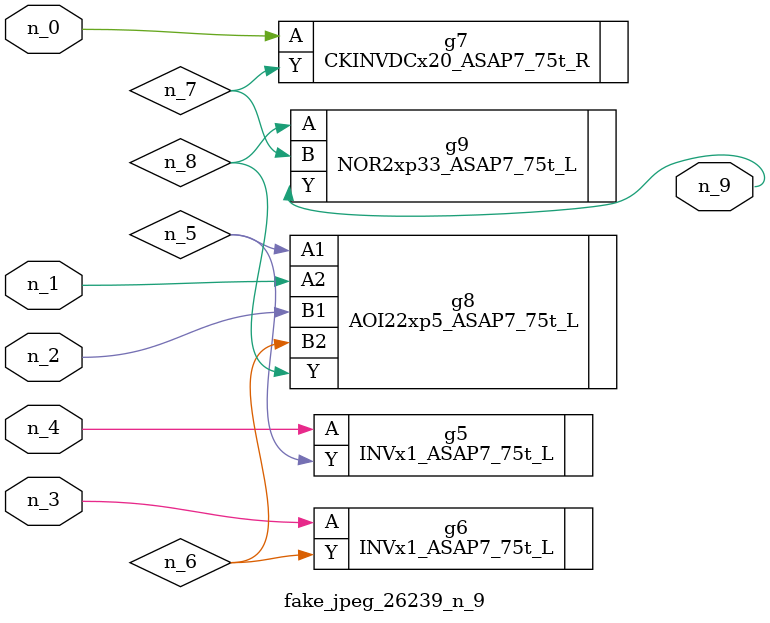
<source format=v>
module fake_jpeg_26239_n_9 (n_3, n_2, n_1, n_0, n_4, n_9);

input n_3;
input n_2;
input n_1;
input n_0;
input n_4;

output n_9;

wire n_8;
wire n_6;
wire n_5;
wire n_7;

INVx1_ASAP7_75t_L g5 ( 
.A(n_4),
.Y(n_5)
);

INVx1_ASAP7_75t_L g6 ( 
.A(n_3),
.Y(n_6)
);

CKINVDCx20_ASAP7_75t_R g7 ( 
.A(n_0),
.Y(n_7)
);

AOI22xp5_ASAP7_75t_L g8 ( 
.A1(n_5),
.A2(n_1),
.B1(n_2),
.B2(n_6),
.Y(n_8)
);

NOR2xp33_ASAP7_75t_L g9 ( 
.A(n_8),
.B(n_7),
.Y(n_9)
);


endmodule
</source>
